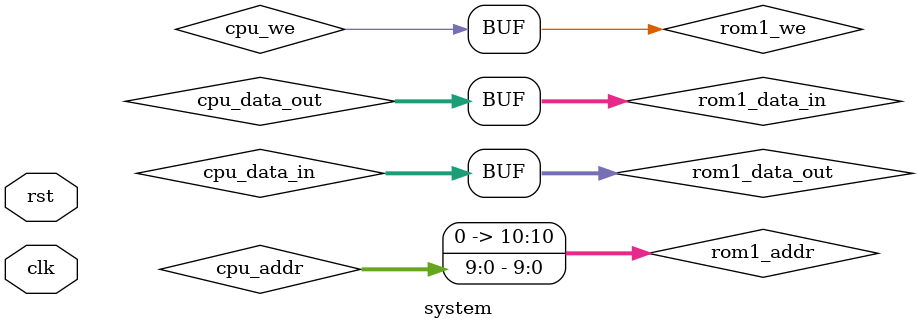
<source format=v>

module system(clk, rst);

	input clk;
	input rst;
	
	wire clk;
	wire rst;

	wire [15:0] cpu_addr;
	wire [7:0] cpu_data_in;
	wire [7:0] cpu_data_out;
	wire cpu_we;

	wire [10:0] rom1_addr;
	wire [7:0] rom1_data_in;
	wire [7:0] rom1_data_out;
	wire rom1_we;
	
	
	cpu cpu(
		.clk(clk), 
		.rst(rst), 
		.addr(cpu_addr),
		.di(cpu_data_in),
		.do(cpu_data_out),
		.we(cpu_we)
	);

	rom rom1(
		.clk(clk),
		.addr(rom1_addr),
		.di(rom1_data_in),
		.do(rom1_data_out),
		.we(rom1_we)
	);
		

	assign rom1_addr = cpu_addr[9:0];
	assign rom1_data_in = cpu_data_out;
	assign cpu_data_in = rom1_data_out;
	assign rom1_we = cpu_we;

		
endmodule
	
	
	

</source>
